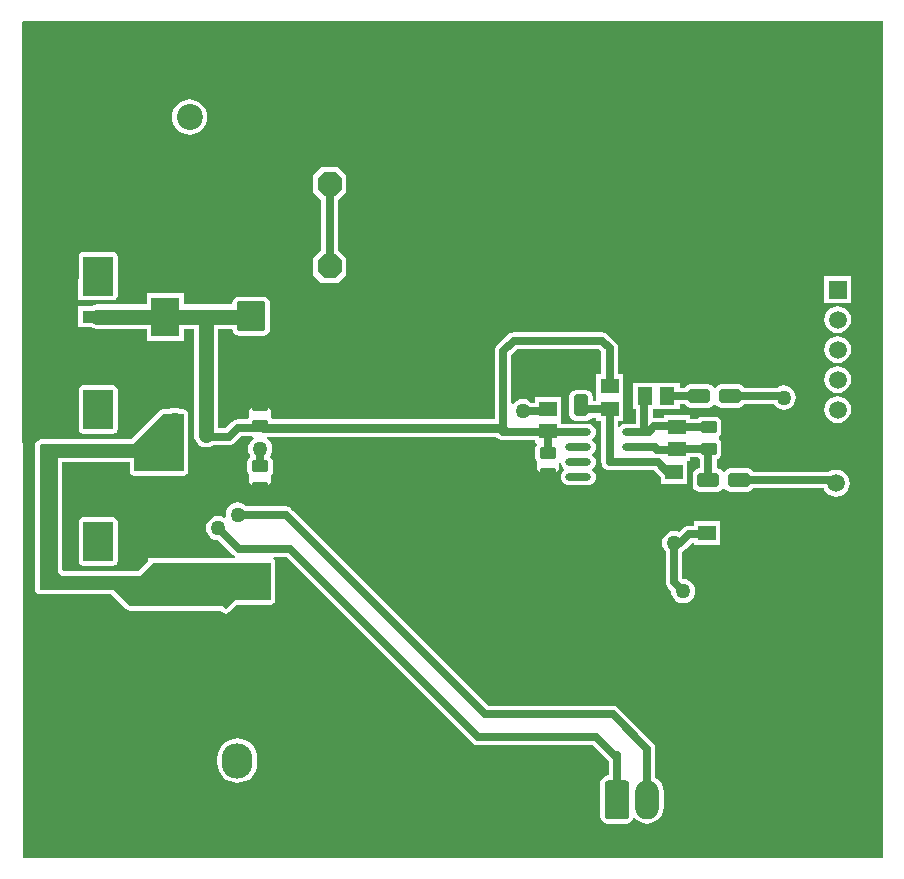
<source format=gbl>
G04 Layer_Physical_Order=2*
G04 Layer_Color=16711680*
%FSLAX25Y25*%
%MOIN*%
G70*
G01*
G75*
%ADD10R,0.05906X0.05118*%
%ADD11R,0.05118X0.05906*%
%ADD12R,0.05906X0.05906*%
G04:AMPARAMS|DCode=14|XSize=55.12mil|YSize=39.37mil|CornerRadius=4.92mil|HoleSize=0mil|Usage=FLASHONLY|Rotation=180.000|XOffset=0mil|YOffset=0mil|HoleType=Round|Shape=RoundedRectangle|*
%AMROUNDEDRECTD14*
21,1,0.05512,0.02953,0,0,180.0*
21,1,0.04528,0.03937,0,0,180.0*
1,1,0.00984,-0.02264,0.01476*
1,1,0.00984,0.02264,0.01476*
1,1,0.00984,0.02264,-0.01476*
1,1,0.00984,-0.02264,-0.01476*
%
%ADD14ROUNDEDRECTD14*%
G04:AMPARAMS|DCode=15|XSize=96.46mil|YSize=100.39mil|CornerRadius=9.65mil|HoleSize=0mil|Usage=FLASHONLY|Rotation=180.000|XOffset=0mil|YOffset=0mil|HoleType=Round|Shape=RoundedRectangle|*
%AMROUNDEDRECTD15*
21,1,0.09646,0.08110,0,0,180.0*
21,1,0.07717,0.10039,0,0,180.0*
1,1,0.01929,-0.03858,0.04055*
1,1,0.01929,0.03858,0.04055*
1,1,0.01929,0.03858,-0.04055*
1,1,0.01929,-0.03858,-0.04055*
%
%ADD15ROUNDEDRECTD15*%
%ADD16C,0.05000*%
%ADD19O,0.08661X0.02362*%
%ADD21O,0.08000X0.13000*%
G04:AMPARAMS|DCode=22|XSize=130mil|YSize=80mil|CornerRadius=10mil|HoleSize=0mil|Usage=FLASHONLY|Rotation=90.000|XOffset=0mil|YOffset=0mil|HoleType=Round|Shape=RoundedRectangle|*
%AMROUNDEDRECTD22*
21,1,0.13000,0.06000,0,0,90.0*
21,1,0.11000,0.08000,0,0,90.0*
1,1,0.02000,0.03000,0.05500*
1,1,0.02000,0.03000,-0.05500*
1,1,0.02000,-0.03000,-0.05500*
1,1,0.02000,-0.03000,0.05500*
%
%ADD22ROUNDEDRECTD22*%
%ADD24C,0.02500*%
%ADD27C,0.05000*%
%ADD32P,0.08949X8X292.5*%
%ADD33O,0.11811X0.10236*%
%ADD34O,0.10236X0.11811*%
%ADD35C,0.05906*%
%ADD36C,0.06000*%
G04:AMPARAMS|DCode=37|XSize=60mil|YSize=60mil|CornerRadius=7.5mil|HoleSize=0mil|Usage=FLASHONLY|Rotation=90.000|XOffset=0mil|YOffset=0mil|HoleType=Round|Shape=RoundedRectangle|*
%AMROUNDEDRECTD37*
21,1,0.06000,0.04500,0,0,90.0*
21,1,0.04500,0.06000,0,0,90.0*
1,1,0.01500,0.02250,0.02250*
1,1,0.01500,0.02250,-0.02250*
1,1,0.01500,-0.02250,-0.02250*
1,1,0.01500,-0.02250,0.02250*
%
%ADD37ROUNDEDRECTD37*%
%ADD38C,0.08661*%
%ADD39C,0.19685*%
%ADD40C,0.02362*%
G04:AMPARAMS|DCode=41|XSize=70.87mil|YSize=47.24mil|CornerRadius=5.91mil|HoleSize=0mil|Usage=FLASHONLY|Rotation=0.000|XOffset=0mil|YOffset=0mil|HoleType=Round|Shape=RoundedRectangle|*
%AMROUNDEDRECTD41*
21,1,0.07087,0.03543,0,0,0.0*
21,1,0.05906,0.04724,0,0,0.0*
1,1,0.01181,0.02953,-0.01772*
1,1,0.01181,-0.02953,-0.01772*
1,1,0.01181,-0.02953,0.01772*
1,1,0.01181,0.02953,0.01772*
%
%ADD41ROUNDEDRECTD41*%
G04:AMPARAMS|DCode=42|XSize=70.87mil|YSize=47.24mil|CornerRadius=5.91mil|HoleSize=0mil|Usage=FLASHONLY|Rotation=90.000|XOffset=0mil|YOffset=0mil|HoleType=Round|Shape=RoundedRectangle|*
%AMROUNDEDRECTD42*
21,1,0.07087,0.03543,0,0,90.0*
21,1,0.05906,0.04724,0,0,90.0*
1,1,0.01181,0.01772,0.02953*
1,1,0.01181,0.01772,-0.02953*
1,1,0.01181,-0.01772,-0.02953*
1,1,0.01181,-0.01772,0.02953*
%
%ADD42ROUNDEDRECTD42*%
%ADD43R,0.09449X0.03937*%
%ADD44R,0.09449X0.12992*%
%ADD45C,0.02953*%
G36*
X1507000Y885000D02*
X1220500D01*
X1219974Y1163646D01*
X1220327Y1164000D01*
X1507000D01*
Y885000D01*
D02*
G37*
%LPC*%
G36*
X1276000Y1137859D02*
X1274857Y1137746D01*
X1273758Y1137413D01*
X1272745Y1136872D01*
X1271857Y1136143D01*
X1271128Y1135255D01*
X1270587Y1134242D01*
X1270254Y1133143D01*
X1270141Y1132000D01*
X1270254Y1130857D01*
X1270587Y1129758D01*
X1271128Y1128745D01*
X1271857Y1127857D01*
X1272745Y1127129D01*
X1273758Y1126587D01*
X1274857Y1126254D01*
X1276000Y1126141D01*
X1277143Y1126254D01*
X1278242Y1126587D01*
X1279255Y1127129D01*
X1280143Y1127857D01*
X1280871Y1128745D01*
X1281413Y1129758D01*
X1281746Y1130857D01*
X1281859Y1132000D01*
X1281746Y1133143D01*
X1281413Y1134242D01*
X1280871Y1135255D01*
X1280143Y1136143D01*
X1279255Y1136872D01*
X1278242Y1137413D01*
X1277143Y1137746D01*
X1276000Y1137859D01*
D02*
G37*
G36*
X1325459Y1115413D02*
X1319825D01*
X1317008Y1112597D01*
Y1106963D01*
X1319825Y1104146D01*
X1319868D01*
Y1087854D01*
X1319825D01*
X1317008Y1085037D01*
Y1079403D01*
X1319825Y1076587D01*
X1325459D01*
X1328276Y1079403D01*
Y1085037D01*
X1325459Y1087854D01*
X1325416D01*
Y1104146D01*
X1325459D01*
X1328276Y1106963D01*
Y1112597D01*
X1325459Y1115413D01*
D02*
G37*
G36*
X1250500Y1087029D02*
X1240500D01*
X1239915Y1086913D01*
X1239419Y1086581D01*
X1239087Y1086085D01*
X1238971Y1085500D01*
Y1078024D01*
X1238858D01*
Y1071087D01*
X1239917D01*
X1240500Y1070971D01*
X1250500D01*
X1251083Y1071087D01*
X1251307D01*
Y1071235D01*
X1251581Y1071419D01*
X1251913Y1071915D01*
X1252029Y1072500D01*
Y1085500D01*
X1251913Y1086085D01*
X1251581Y1086581D01*
X1251085Y1086913D01*
X1250500Y1087029D01*
D02*
G37*
G36*
X1496453Y1078953D02*
X1487547D01*
Y1070047D01*
X1496453D01*
Y1078953D01*
D02*
G37*
G36*
X1492000Y1068991D02*
X1490838Y1068838D01*
X1489754Y1068390D01*
X1488824Y1067676D01*
X1488111Y1066746D01*
X1487662Y1065662D01*
X1487509Y1064500D01*
X1487662Y1063338D01*
X1488111Y1062254D01*
X1488824Y1061324D01*
X1489754Y1060610D01*
X1490838Y1060162D01*
X1492000Y1060009D01*
X1493162Y1060162D01*
X1494246Y1060610D01*
X1495176Y1061324D01*
X1495889Y1062254D01*
X1496338Y1063338D01*
X1496491Y1064500D01*
X1496338Y1065662D01*
X1495889Y1066746D01*
X1495176Y1067676D01*
X1494246Y1068390D01*
X1493162Y1068838D01*
X1492000Y1068991D01*
D02*
G37*
G36*
X1274142Y1073496D02*
X1261693D01*
Y1069534D01*
X1245083D01*
X1244038Y1069397D01*
X1243065Y1068994D01*
X1243032Y1068968D01*
X1238858D01*
Y1062031D01*
X1243032D01*
X1243065Y1062006D01*
X1244038Y1061603D01*
X1245083Y1061465D01*
X1261693D01*
Y1057504D01*
X1274142D01*
Y1061465D01*
X1277466D01*
Y1026000D01*
X1277603Y1024956D01*
X1278006Y1023983D01*
X1278647Y1023147D01*
X1279483Y1022506D01*
X1280456Y1022103D01*
X1281500Y1021966D01*
X1282544Y1022103D01*
X1283517Y1022506D01*
X1283804Y1022726D01*
X1289087D01*
X1289804Y1022821D01*
X1290473Y1023098D01*
X1291048Y1023539D01*
X1293235Y1025726D01*
X1296276D01*
X1296459Y1025604D01*
X1297236Y1025449D01*
X1297285D01*
X1297413Y1025154D01*
X1297424Y1024949D01*
X1296647Y1024353D01*
X1296006Y1023517D01*
X1295603Y1022544D01*
X1295465Y1021500D01*
X1295603Y1020456D01*
X1296006Y1019483D01*
X1296234Y1019185D01*
X1296153Y1018692D01*
X1295800Y1018456D01*
X1295360Y1017797D01*
X1295205Y1017020D01*
Y1014067D01*
X1295360Y1013290D01*
X1295800Y1012631D01*
X1295957Y1012526D01*
Y1010130D01*
X1296744Y1009342D01*
X1302256D01*
X1303043Y1010130D01*
Y1012526D01*
X1303200Y1012631D01*
X1303640Y1013290D01*
X1303795Y1014067D01*
Y1017020D01*
X1303640Y1017797D01*
X1303200Y1018456D01*
X1302847Y1018692D01*
X1302766Y1019185D01*
X1302994Y1019483D01*
X1303397Y1020456D01*
X1303535Y1021500D01*
X1303397Y1022544D01*
X1302994Y1023517D01*
X1302353Y1024353D01*
X1301576Y1024949D01*
X1301587Y1025154D01*
X1301715Y1025449D01*
X1301764D01*
X1302009Y1025498D01*
X1378186D01*
X1378539Y1025039D01*
X1379113Y1024598D01*
X1379782Y1024321D01*
X1380500Y1024226D01*
X1391047D01*
Y1023201D01*
X1391362D01*
X1391630Y1022701D01*
X1391360Y1022297D01*
X1391205Y1021520D01*
Y1018567D01*
X1391360Y1017790D01*
X1391800Y1017131D01*
X1391957Y1017026D01*
Y1014630D01*
X1392744Y1013842D01*
X1398256D01*
X1399043Y1014630D01*
Y1016690D01*
X1399217Y1016818D01*
X1399751Y1016590D01*
X1399790Y1016300D01*
X1400060Y1015648D01*
X1400489Y1015088D01*
X1400859Y1014804D01*
X1400893Y1014722D01*
Y1014278D01*
X1400859Y1014196D01*
X1400489Y1013912D01*
X1400060Y1013352D01*
X1399790Y1012700D01*
X1399697Y1012000D01*
X1399790Y1011300D01*
X1400060Y1010648D01*
X1400489Y1010088D01*
X1401050Y1009658D01*
X1401702Y1009388D01*
X1402402Y1009296D01*
X1408701D01*
X1409401Y1009388D01*
X1410053Y1009658D01*
X1410613Y1010088D01*
X1411043Y1010648D01*
X1411313Y1011300D01*
X1411405Y1012000D01*
X1411313Y1012700D01*
X1411043Y1013352D01*
X1410613Y1013912D01*
X1410243Y1014196D01*
X1410209Y1014278D01*
Y1014722D01*
X1410243Y1014804D01*
X1410613Y1015088D01*
X1411043Y1015648D01*
X1411313Y1016300D01*
X1411405Y1017000D01*
X1411313Y1017700D01*
X1411043Y1018352D01*
X1410613Y1018912D01*
X1410243Y1019196D01*
X1410209Y1019278D01*
Y1019722D01*
X1410243Y1019804D01*
X1410613Y1020088D01*
X1411043Y1020648D01*
X1411313Y1021300D01*
X1411405Y1022000D01*
X1411313Y1022700D01*
X1411043Y1023352D01*
X1410613Y1023912D01*
X1410243Y1024196D01*
X1410209Y1024278D01*
Y1024722D01*
X1410243Y1024804D01*
X1410613Y1025088D01*
X1411043Y1025648D01*
X1411313Y1026300D01*
X1411405Y1027000D01*
X1411313Y1027700D01*
X1411043Y1028352D01*
X1410613Y1028912D01*
X1410053Y1029342D01*
X1409401Y1029612D01*
X1408701Y1029704D01*
X1406079D01*
X1405551Y1029774D01*
X1399953D01*
Y1030681D01*
Y1038799D01*
X1391047D01*
Y1036774D01*
X1389913D01*
X1389853Y1036853D01*
X1389017Y1037494D01*
X1388044Y1037897D01*
X1387000Y1038035D01*
X1385956Y1037897D01*
X1384983Y1037494D01*
X1384147Y1036853D01*
X1383774Y1036366D01*
X1383274Y1036536D01*
Y1052851D01*
X1385149Y1054726D01*
X1412351D01*
X1413226Y1053851D01*
Y1046299D01*
X1411547D01*
Y1038181D01*
Y1037337D01*
X1410403D01*
Y1038835D01*
X1410241Y1039650D01*
X1409779Y1040342D01*
X1409087Y1040804D01*
X1408272Y1040966D01*
X1404728D01*
X1403913Y1040804D01*
X1403221Y1040342D01*
X1402759Y1039650D01*
X1402597Y1038835D01*
Y1032929D01*
X1402759Y1032113D01*
X1403221Y1031422D01*
X1403913Y1030960D01*
X1404728Y1030798D01*
X1408272D01*
X1409087Y1030960D01*
X1409779Y1031422D01*
X1410024Y1031789D01*
X1411547D01*
Y1030701D01*
X1413226D01*
Y1017000D01*
X1413321Y1016282D01*
X1413598Y1015613D01*
X1414039Y1015039D01*
X1414613Y1014598D01*
X1415282Y1014321D01*
X1416000Y1014226D01*
X1430851D01*
X1433047Y1012030D01*
Y1009681D01*
X1441953D01*
Y1017201D01*
X1442953D01*
Y1018683D01*
X1445207D01*
X1445300Y1018544D01*
X1445959Y1018104D01*
X1446108Y1018074D01*
Y1014903D01*
X1445929D01*
X1445113Y1014741D01*
X1444422Y1014279D01*
X1443960Y1013587D01*
X1443798Y1012772D01*
Y1009228D01*
X1443960Y1008413D01*
X1444422Y1007721D01*
X1445113Y1007259D01*
X1445929Y1007097D01*
X1451835D01*
X1452650Y1007259D01*
X1453342Y1007721D01*
X1453722Y1008290D01*
X1453844Y1008322D01*
X1454156D01*
X1454278Y1008290D01*
X1454658Y1007721D01*
X1455350Y1007259D01*
X1456165Y1007097D01*
X1462071D01*
X1462887Y1007259D01*
X1463578Y1007721D01*
X1463916Y1008226D01*
X1487415D01*
X1487611Y1007754D01*
X1488324Y1006824D01*
X1489254Y1006110D01*
X1490338Y1005662D01*
X1491500Y1005509D01*
X1492662Y1005662D01*
X1493746Y1006110D01*
X1494676Y1006824D01*
X1495389Y1007754D01*
X1495838Y1008838D01*
X1495991Y1010000D01*
X1495838Y1011162D01*
X1495389Y1012246D01*
X1494676Y1013176D01*
X1493746Y1013890D01*
X1492662Y1014338D01*
X1491500Y1014491D01*
X1490338Y1014338D01*
X1489254Y1013890D01*
X1489104Y1013774D01*
X1463916D01*
X1463578Y1014279D01*
X1462887Y1014741D01*
X1462071Y1014903D01*
X1456165D01*
X1455350Y1014741D01*
X1454658Y1014279D01*
X1454278Y1013710D01*
X1454156Y1013678D01*
X1453844D01*
X1453722Y1013710D01*
X1453342Y1014279D01*
X1452650Y1014741D01*
X1451835Y1014903D01*
X1451656D01*
Y1018027D01*
X1452041Y1018104D01*
X1452700Y1018544D01*
X1453140Y1019203D01*
X1453295Y1019980D01*
Y1022933D01*
X1453140Y1023710D01*
X1452700Y1024369D01*
X1452543Y1024474D01*
Y1025526D01*
X1452700Y1025631D01*
X1453140Y1026290D01*
X1453295Y1027067D01*
Y1030020D01*
X1453140Y1030797D01*
X1452700Y1031456D01*
X1452041Y1031896D01*
X1451264Y1032051D01*
X1446736D01*
X1445959Y1031896D01*
X1445300Y1031456D01*
X1445207Y1031317D01*
X1442953D01*
Y1032799D01*
X1434047D01*
Y1031711D01*
X1430937D01*
X1430713Y1031681D01*
X1430337Y1032011D01*
Y1034547D01*
X1439299D01*
Y1036226D01*
X1441084D01*
X1441422Y1035721D01*
X1442113Y1035259D01*
X1442929Y1035097D01*
X1448835D01*
X1449650Y1035259D01*
X1450342Y1035721D01*
X1450722Y1036290D01*
X1450844Y1036322D01*
X1451156D01*
X1451278Y1036290D01*
X1451658Y1035721D01*
X1452350Y1035259D01*
X1453165Y1035097D01*
X1459071D01*
X1459886Y1035259D01*
X1460578Y1035721D01*
X1460916Y1036226D01*
X1470703D01*
X1471147Y1035647D01*
X1471983Y1035006D01*
X1472956Y1034603D01*
X1474000Y1034466D01*
X1475044Y1034603D01*
X1476017Y1035006D01*
X1476853Y1035647D01*
X1477494Y1036483D01*
X1477897Y1037456D01*
X1478034Y1038500D01*
X1477897Y1039544D01*
X1477494Y1040517D01*
X1476853Y1041353D01*
X1476017Y1041994D01*
X1475044Y1042397D01*
X1474000Y1042535D01*
X1472956Y1042397D01*
X1471983Y1041994D01*
X1471696Y1041774D01*
X1460916D01*
X1460578Y1042279D01*
X1459886Y1042741D01*
X1459071Y1042903D01*
X1453165D01*
X1452350Y1042741D01*
X1451658Y1042279D01*
X1451278Y1041710D01*
X1451156Y1041678D01*
X1450844D01*
X1450722Y1041710D01*
X1450342Y1042279D01*
X1449650Y1042741D01*
X1448835Y1042903D01*
X1442929D01*
X1442113Y1042741D01*
X1441422Y1042279D01*
X1441084Y1041774D01*
X1439299D01*
Y1043453D01*
X1423701D01*
Y1034547D01*
X1424789D01*
Y1029774D01*
X1424449D01*
X1423921Y1029704D01*
X1421299D01*
X1420599Y1029612D01*
X1419947Y1029342D01*
X1419387Y1028912D01*
X1419274Y1028765D01*
X1418774Y1028934D01*
Y1030701D01*
X1420453D01*
Y1038181D01*
Y1046299D01*
X1418774D01*
Y1055000D01*
X1418679Y1055718D01*
X1418402Y1056387D01*
X1417961Y1056961D01*
X1415461Y1059461D01*
X1414887Y1059902D01*
X1414218Y1060179D01*
X1413500Y1060274D01*
X1384000D01*
X1383282Y1060179D01*
X1382613Y1059902D01*
X1382039Y1059461D01*
X1378539Y1055961D01*
X1378098Y1055387D01*
X1377821Y1054718D01*
X1377726Y1054000D01*
Y1031502D01*
X1303445D01*
X1303200Y1031869D01*
X1303043Y1031974D01*
Y1034370D01*
X1302256Y1035157D01*
X1296744D01*
X1295957Y1034370D01*
Y1031974D01*
X1295800Y1031869D01*
X1295402Y1031274D01*
X1292087D01*
X1291369Y1031179D01*
X1290700Y1030902D01*
X1290125Y1030461D01*
X1287938Y1028274D01*
X1285534D01*
Y1061465D01*
X1290143D01*
X1290320Y1060574D01*
X1290865Y1059759D01*
X1291680Y1059214D01*
X1292642Y1059023D01*
X1300358D01*
X1301320Y1059214D01*
X1302135Y1059759D01*
X1302680Y1060574D01*
X1302871Y1061535D01*
Y1069646D01*
X1302680Y1070607D01*
X1302135Y1071422D01*
X1301320Y1071967D01*
X1300358Y1072159D01*
X1292642D01*
X1291680Y1071967D01*
X1290865Y1071422D01*
X1290320Y1070607D01*
X1290129Y1069646D01*
Y1069534D01*
X1274142D01*
Y1073496D01*
D02*
G37*
G36*
X1492000Y1058991D02*
X1490838Y1058838D01*
X1489754Y1058389D01*
X1488824Y1057676D01*
X1488111Y1056746D01*
X1487662Y1055662D01*
X1487509Y1054500D01*
X1487662Y1053338D01*
X1488111Y1052254D01*
X1488824Y1051324D01*
X1489754Y1050611D01*
X1490838Y1050162D01*
X1492000Y1050009D01*
X1493162Y1050162D01*
X1494246Y1050611D01*
X1495176Y1051324D01*
X1495889Y1052254D01*
X1496338Y1053338D01*
X1496491Y1054500D01*
X1496338Y1055662D01*
X1495889Y1056746D01*
X1495176Y1057676D01*
X1494246Y1058389D01*
X1493162Y1058838D01*
X1492000Y1058991D01*
D02*
G37*
G36*
Y1048991D02*
X1490838Y1048838D01*
X1489754Y1048390D01*
X1488824Y1047676D01*
X1488111Y1046746D01*
X1487662Y1045662D01*
X1487509Y1044500D01*
X1487662Y1043338D01*
X1488111Y1042254D01*
X1488824Y1041324D01*
X1489754Y1040611D01*
X1490838Y1040162D01*
X1492000Y1040009D01*
X1493162Y1040162D01*
X1494246Y1040611D01*
X1495176Y1041324D01*
X1495889Y1042254D01*
X1496338Y1043338D01*
X1496491Y1044500D01*
X1496338Y1045662D01*
X1495889Y1046746D01*
X1495176Y1047676D01*
X1494246Y1048390D01*
X1493162Y1048838D01*
X1492000Y1048991D01*
D02*
G37*
G36*
Y1038991D02*
X1490838Y1038838D01*
X1489754Y1038389D01*
X1488824Y1037676D01*
X1488111Y1036746D01*
X1487662Y1035662D01*
X1487509Y1034500D01*
X1487662Y1033338D01*
X1488111Y1032254D01*
X1488824Y1031324D01*
X1489754Y1030610D01*
X1490838Y1030162D01*
X1492000Y1030009D01*
X1493162Y1030162D01*
X1494246Y1030610D01*
X1495176Y1031324D01*
X1495889Y1032254D01*
X1496338Y1033338D01*
X1496491Y1034500D01*
X1496338Y1035662D01*
X1495889Y1036746D01*
X1495176Y1037676D01*
X1494246Y1038389D01*
X1493162Y1038838D01*
X1492000Y1038991D01*
D02*
G37*
G36*
X1245000Y1042535D02*
X1244961Y1042529D01*
X1240500D01*
X1239915Y1042413D01*
X1239419Y1042081D01*
X1239087Y1041585D01*
X1238971Y1041000D01*
Y1028000D01*
X1239087Y1027415D01*
X1239358Y1027009D01*
Y1026587D01*
X1239917D01*
X1240500Y1026471D01*
X1250500D01*
X1251083Y1026587D01*
X1251807D01*
Y1027256D01*
X1251913Y1027415D01*
X1252029Y1028000D01*
Y1041000D01*
X1251913Y1041585D01*
X1251581Y1042081D01*
X1251085Y1042413D01*
X1250500Y1042529D01*
X1245039D01*
X1245000Y1042535D01*
D02*
G37*
G36*
X1271000Y1035034D02*
X1269956Y1034897D01*
X1269068Y1034529D01*
X1267000D01*
X1266415Y1034413D01*
X1265919Y1034081D01*
X1256367Y1024529D01*
X1226500D01*
X1225915Y1024413D01*
X1225419Y1024081D01*
X1224919Y1023581D01*
X1224587Y1023085D01*
X1224471Y1022500D01*
Y974500D01*
X1224587Y973915D01*
X1224919Y973419D01*
X1225415Y973087D01*
X1226000Y972971D01*
X1249866D01*
X1254919Y967919D01*
X1255415Y967587D01*
X1256000Y967471D01*
X1286366D01*
X1286919Y966919D01*
X1287415Y966587D01*
X1288000Y966471D01*
X1288585Y966587D01*
X1289081Y966919D01*
X1291634Y969471D01*
X1303000D01*
X1303585Y969587D01*
X1304081Y969919D01*
X1304413Y970415D01*
X1304529Y971000D01*
Y983500D01*
X1304413Y984085D01*
X1304081Y984581D01*
X1303865Y984726D01*
X1304016Y985226D01*
X1308351D01*
X1370039Y923539D01*
X1370613Y923098D01*
X1371282Y922821D01*
X1372000Y922726D01*
X1410351D01*
X1415539Y917539D01*
X1415726Y917395D01*
Y912549D01*
X1415500D01*
X1414525Y912355D01*
X1413698Y911802D01*
X1413145Y910975D01*
X1412951Y910000D01*
Y899000D01*
X1413145Y898025D01*
X1413698Y897198D01*
X1414525Y896645D01*
X1415500Y896451D01*
X1421500D01*
X1422475Y896645D01*
X1423302Y897198D01*
X1423855Y898025D01*
X1423894Y898220D01*
X1424381Y898333D01*
X1424577Y898077D01*
X1425726Y897196D01*
X1427064Y896642D01*
X1428500Y896453D01*
X1429936Y896642D01*
X1431274Y897196D01*
X1432423Y898077D01*
X1433304Y899226D01*
X1433858Y900564D01*
X1434048Y902000D01*
Y907000D01*
X1433858Y908436D01*
X1433304Y909774D01*
X1432423Y910923D01*
X1431274Y911804D01*
Y921500D01*
X1431179Y922218D01*
X1430902Y922887D01*
X1430461Y923461D01*
X1418961Y934961D01*
X1418387Y935402D01*
X1417718Y935679D01*
X1417000Y935774D01*
X1375649D01*
X1309961Y1001461D01*
X1309387Y1001902D01*
X1308718Y1002179D01*
X1308000Y1002274D01*
X1294913D01*
X1294853Y1002353D01*
X1294017Y1002994D01*
X1293044Y1003397D01*
X1292000Y1003535D01*
X1290956Y1003397D01*
X1289983Y1002994D01*
X1289147Y1002353D01*
X1288506Y1001517D01*
X1288103Y1000544D01*
X1287965Y999500D01*
X1288071Y998699D01*
X1287602Y998429D01*
X1287517Y998494D01*
X1286544Y998897D01*
X1285500Y999035D01*
X1284456Y998897D01*
X1283483Y998494D01*
X1282647Y997853D01*
X1282006Y997017D01*
X1281603Y996044D01*
X1281466Y995000D01*
X1281603Y993956D01*
X1282006Y992983D01*
X1282647Y992147D01*
X1283483Y991506D01*
X1284456Y991103D01*
X1285500Y990965D01*
X1285599Y990979D01*
X1290539Y986039D01*
X1291113Y985598D01*
X1291278Y985529D01*
X1291179Y985029D01*
X1264000D01*
X1263832Y984996D01*
X1262193D01*
Y983856D01*
X1258867Y980529D01*
X1234134D01*
X1233529Y981133D01*
Y1016971D01*
X1255971D01*
Y1014000D01*
X1256087Y1013415D01*
X1256419Y1012919D01*
X1256915Y1012587D01*
X1257500Y1012471D01*
X1274000D01*
X1274585Y1012587D01*
X1275081Y1012919D01*
X1275413Y1013415D01*
X1275529Y1014000D01*
Y1033000D01*
X1275413Y1033585D01*
X1275081Y1034081D01*
X1274585Y1034413D01*
X1274000Y1034529D01*
X1272932D01*
X1272044Y1034897D01*
X1271000Y1035034D01*
D02*
G37*
G36*
X1452953Y997319D02*
X1444047D01*
Y995837D01*
X1442563D01*
X1441845Y995742D01*
X1441176Y995465D01*
X1440602Y995024D01*
X1439202Y993625D01*
X1438544Y993897D01*
X1437500Y994034D01*
X1436456Y993897D01*
X1435483Y993494D01*
X1434647Y992853D01*
X1434006Y992017D01*
X1433603Y991044D01*
X1433465Y990000D01*
X1433603Y988956D01*
X1434006Y987983D01*
X1434647Y987147D01*
X1434726Y987086D01*
Y977000D01*
X1434821Y976282D01*
X1435098Y975613D01*
X1435539Y975039D01*
X1436479Y974099D01*
X1436465Y974000D01*
X1436603Y972956D01*
X1437006Y971983D01*
X1437647Y971147D01*
X1438483Y970506D01*
X1439456Y970103D01*
X1440500Y969965D01*
X1441544Y970103D01*
X1442517Y970506D01*
X1443353Y971147D01*
X1443994Y971983D01*
X1444397Y972956D01*
X1444534Y974000D01*
X1444397Y975044D01*
X1443994Y976017D01*
X1443353Y976853D01*
X1442517Y977494D01*
X1441544Y977897D01*
X1440500Y978034D01*
X1440274Y978481D01*
Y987086D01*
X1440353Y987147D01*
X1440611Y987484D01*
X1440887Y987598D01*
X1441461Y988039D01*
X1443547Y990125D01*
X1444047Y989917D01*
Y989201D01*
X1452953D01*
Y997319D01*
D02*
G37*
G36*
X1250500Y998529D02*
X1240500D01*
X1239915Y998413D01*
X1239419Y998081D01*
X1239087Y997585D01*
X1238971Y997000D01*
Y984000D01*
X1239087Y983415D01*
X1239358Y983009D01*
Y982587D01*
X1239917D01*
X1240500Y982471D01*
X1250500D01*
X1251083Y982587D01*
X1251807D01*
Y983256D01*
X1251913Y983415D01*
X1252029Y984000D01*
Y997000D01*
X1251913Y997585D01*
X1251581Y998081D01*
X1251085Y998413D01*
X1250500Y998529D01*
D02*
G37*
G36*
X1291937Y924938D02*
X1290640Y924810D01*
X1289392Y924431D01*
X1288242Y923817D01*
X1287235Y922990D01*
X1286408Y921982D01*
X1285793Y920832D01*
X1285415Y919585D01*
X1285287Y918287D01*
Y916713D01*
X1285415Y915415D01*
X1285793Y914168D01*
X1286408Y913018D01*
X1287235Y912010D01*
X1288242Y911183D01*
X1289392Y910569D01*
X1290640Y910190D01*
X1291937Y910063D01*
X1293234Y910190D01*
X1294482Y910569D01*
X1295632Y911183D01*
X1296639Y912010D01*
X1297466Y913018D01*
X1298081Y914168D01*
X1298459Y915415D01*
X1298587Y916713D01*
Y918287D01*
X1298459Y919585D01*
X1298081Y920832D01*
X1297466Y921982D01*
X1296639Y922990D01*
X1295632Y923817D01*
X1294482Y924431D01*
X1293234Y924810D01*
X1291937Y924938D01*
D02*
G37*
%LPD*%
G36*
X1250500Y1072500D02*
X1240500D01*
Y1085500D01*
X1250500D01*
Y1072500D01*
D02*
G37*
G36*
Y1028000D02*
X1240500D01*
Y1041000D01*
X1250500D01*
Y1028000D01*
D02*
G37*
G36*
X1274000Y1014000D02*
X1257500D01*
Y1018500D01*
X1232000D01*
Y980500D01*
X1232500Y980000D01*
X1233500Y979000D01*
X1259500D01*
X1264000Y983500D01*
X1303000D01*
Y971000D01*
X1291000D01*
X1288000Y968000D01*
X1287000Y969000D01*
X1256000D01*
X1250500Y974500D01*
X1226000D01*
Y1022500D01*
X1226500Y1023000D01*
X1257000D01*
X1267000Y1033000D01*
X1274000D01*
Y1014000D01*
D02*
G37*
G36*
X1250500Y984000D02*
X1240500D01*
Y997000D01*
X1250500D01*
Y984000D01*
D02*
G37*
D10*
X1437500Y1006260D02*
D03*
Y1013740D02*
D03*
X1416000Y1034760D02*
D03*
Y1042240D02*
D03*
X1438500Y1028740D02*
D03*
Y1021260D02*
D03*
X1395500Y1034740D02*
D03*
Y1027260D02*
D03*
X1448500Y1000740D02*
D03*
Y993260D02*
D03*
D11*
X1435240Y1039000D02*
D03*
X1427760D02*
D03*
D12*
X1491500Y1000000D02*
D03*
X1492000Y1074500D02*
D03*
D14*
X1299500Y1008457D02*
D03*
Y1015543D02*
D03*
X1395500Y1012957D02*
D03*
Y1020043D02*
D03*
X1449000Y1028543D02*
D03*
Y1021457D02*
D03*
X1299500Y1028957D02*
D03*
Y1036043D02*
D03*
D15*
X1297500Y952591D02*
D03*
Y976409D02*
D03*
X1296500Y1089409D02*
D03*
Y1065591D02*
D03*
D16*
X1446500Y1118000D02*
D03*
X1416500Y1121000D02*
D03*
X1385500D02*
D03*
X1355000Y1118000D02*
D03*
X1292000Y999500D02*
D03*
X1285500Y995000D02*
D03*
X1440500Y974000D02*
D03*
X1437500Y990000D02*
D03*
X1474000Y1038500D02*
D03*
X1387000Y1034000D02*
D03*
X1299500Y1021500D02*
D03*
X1271000Y1031000D02*
D03*
X1281500Y1026000D02*
D03*
X1245000Y1038500D02*
D03*
Y1080500D02*
D03*
X1245500Y993000D02*
D03*
X1281500Y972000D02*
D03*
D19*
X1405551Y1012000D02*
D03*
Y1017000D02*
D03*
Y1022000D02*
D03*
Y1027000D02*
D03*
X1424449Y1012000D02*
D03*
Y1017000D02*
D03*
Y1022000D02*
D03*
Y1027000D02*
D03*
D21*
X1428500Y904500D02*
D03*
D22*
X1418500D02*
D03*
D24*
X1435500Y1013500D02*
X1435563D01*
X1432000Y1017000D02*
X1435500Y1013500D01*
X1289087Y1025500D02*
X1292087Y1028500D01*
X1380500D02*
Y1054000D01*
X1322642Y1082220D02*
Y1109779D01*
X1372000Y925500D02*
X1411500D01*
X1309500Y988000D02*
X1372000Y925500D01*
X1292500Y988000D02*
X1309500D01*
X1285500Y995000D02*
X1292500Y988000D01*
X1374500Y933000D02*
X1417000D01*
X1308000Y999500D02*
X1374500Y933000D01*
X1292000Y999500D02*
X1308000D01*
X1411500Y925500D02*
X1417500Y919500D01*
X1418500D01*
Y907000D02*
Y919500D01*
X1428500Y907000D02*
Y921500D01*
X1417000Y933000D02*
X1428500Y921500D01*
X1437500Y977000D02*
X1440500Y974000D01*
X1437500Y977000D02*
Y990000D01*
X1439500D02*
X1442563Y993063D01*
X1437500Y990000D02*
X1439500D01*
X1473500Y1039000D02*
X1474000Y1038500D01*
X1456118Y1039000D02*
X1473500D01*
X1456118D02*
X1456618Y1038500D01*
X1459118Y1011000D02*
X1490500D01*
X1416000Y1017000D02*
Y1034563D01*
Y1017000D02*
X1424449D01*
X1380500Y1054000D02*
X1384000Y1057500D01*
X1413500D01*
X1416000Y1055000D01*
Y1042437D02*
Y1055000D01*
X1387000Y1034000D02*
X1394563D01*
X1490500Y1011000D02*
X1491500Y1010000D01*
X1448882Y1021339D02*
X1449000Y1021457D01*
X1448882Y1011000D02*
Y1021339D01*
X1435437Y1039000D02*
X1445882D01*
X1299500Y1015543D02*
Y1021500D01*
X1424449Y1017000D02*
X1432000D01*
X1424449Y1022000D02*
X1431000D01*
X1431937Y1021063D01*
X1438894Y1021457D02*
X1449000D01*
X1438894Y1028543D02*
X1449000D01*
X1429000Y1027000D02*
X1430937Y1028937D01*
X1406500Y1035882D02*
X1407819Y1034563D01*
X1395500Y1027000D02*
Y1027063D01*
Y1020043D02*
Y1027000D01*
X1281500Y1025500D02*
Y1026000D01*
X1424449Y1027000D02*
X1427563D01*
X1429000D01*
X1281500Y1025500D02*
X1289087D01*
X1292087Y1028500D02*
X1300543D01*
X1380500Y1027000D02*
X1395500D01*
X1405551D01*
X1442563Y993063D02*
X1448500D01*
X1431937Y1021063D02*
X1438500D01*
X1438894Y1021457D01*
X1427563Y1027000D02*
Y1039000D01*
X1430937Y1028937D02*
X1438500D01*
X1438894Y1028543D01*
X1394563Y1034000D02*
X1395500Y1034937D01*
X1407819Y1034563D02*
X1416000D01*
D27*
X1281500Y1026000D02*
Y1065500D01*
X1296409D01*
X1267917D02*
X1281500D01*
X1296409D02*
X1296500Y1065591D01*
X1245083Y1065500D02*
X1267917D01*
D32*
X1322642Y1109779D02*
D03*
X1340358D02*
D03*
X1322642Y1082220D02*
D03*
X1340358D02*
D03*
D33*
X1280126Y898996D02*
D03*
D34*
X1268315Y917500D02*
D03*
X1291937D02*
D03*
D35*
X1491500Y1010000D02*
D03*
X1492000Y1034500D02*
D03*
Y1044500D02*
D03*
Y1054500D02*
D03*
Y1064500D02*
D03*
D36*
X1428500Y907000D02*
D03*
D37*
X1418500D02*
D03*
D38*
X1276000Y1132000D02*
D03*
X1286000Y1142000D02*
D03*
X1266000D02*
D03*
X1286000Y1122000D02*
D03*
X1266000D02*
D03*
D39*
X1237500Y1131500D02*
D03*
X1344000Y907500D02*
D03*
X1485000D02*
D03*
D40*
X1420419Y1136711D02*
D03*
X1416089D02*
D03*
X1411758D02*
D03*
X1401500Y1124000D02*
D03*
X1390500Y1125500D02*
D03*
X1391436Y1136892D02*
D03*
X1387106D02*
D03*
X1382775D02*
D03*
X1381000Y1125500D02*
D03*
X1462145Y1140462D02*
D03*
X1457814D02*
D03*
X1453483D02*
D03*
X1449153D02*
D03*
X1444823Y1140396D02*
D03*
X1440740Y1138952D02*
D03*
X1441735Y1124454D02*
D03*
X1450299Y1123538D02*
D03*
X1454629D02*
D03*
X1458960D02*
D03*
X1463291D02*
D03*
X1466038Y1120190D02*
D03*
Y1115859D02*
D03*
Y1111529D02*
D03*
Y1107198D02*
D03*
Y1102867D02*
D03*
Y1098537D02*
D03*
Y1094206D02*
D03*
Y1089875D02*
D03*
X1466285Y1085552D02*
D03*
X1471646Y1075528D02*
D03*
X1474731Y1078568D02*
D03*
X1478741Y1080204D02*
D03*
X1481801Y1083268D02*
D03*
X1482955Y1087442D02*
D03*
X1482962Y1091773D02*
D03*
Y1096103D02*
D03*
Y1100434D02*
D03*
Y1104765D02*
D03*
Y1109096D02*
D03*
Y1113426D02*
D03*
Y1117757D02*
D03*
Y1122088D02*
D03*
X1482724Y1126412D02*
D03*
X1480696Y1130238D02*
D03*
X1477650Y1133317D02*
D03*
X1474588Y1136379D02*
D03*
X1471337Y1139240D02*
D03*
X1467176Y1140439D02*
D03*
X1348697Y1140962D02*
D03*
X1344366D02*
D03*
X1340036D02*
D03*
X1335705D02*
D03*
X1331374D02*
D03*
X1327044D02*
D03*
X1322713D02*
D03*
X1318382D02*
D03*
X1314052D02*
D03*
X1309721D02*
D03*
X1305390D02*
D03*
X1301059D02*
D03*
X1296729D02*
D03*
X1294434Y1124038D02*
D03*
X1298765D02*
D03*
X1303095D02*
D03*
X1307426D02*
D03*
X1311757D02*
D03*
X1316087D02*
D03*
X1320418D02*
D03*
X1324749D02*
D03*
X1329080D02*
D03*
X1333410D02*
D03*
X1337741D02*
D03*
X1342072D02*
D03*
X1346402D02*
D03*
X1350733D02*
D03*
X1359237Y1125202D02*
D03*
X1359337Y1139740D02*
D03*
X1355176Y1140939D02*
D03*
X1224410Y1157481D02*
D03*
X1228347D02*
D03*
X1232284D02*
D03*
X1236221D02*
D03*
X1240158D02*
D03*
X1244095D02*
D03*
X1248032D02*
D03*
X1251969D02*
D03*
X1255906D02*
D03*
X1259843D02*
D03*
X1263780D02*
D03*
X1267717D02*
D03*
X1271654D02*
D03*
X1275591D02*
D03*
X1279528D02*
D03*
X1283465D02*
D03*
X1287402D02*
D03*
X1291339D02*
D03*
X1295276D02*
D03*
X1299213D02*
D03*
X1303150D02*
D03*
X1307087D02*
D03*
X1311024D02*
D03*
X1314961D02*
D03*
X1318898D02*
D03*
X1322835D02*
D03*
X1326772D02*
D03*
X1330709D02*
D03*
X1334646D02*
D03*
X1338583D02*
D03*
X1342520D02*
D03*
X1346457D02*
D03*
X1350394D02*
D03*
X1354331D02*
D03*
X1358268D02*
D03*
X1362206D02*
D03*
X1366142D02*
D03*
X1370080D02*
D03*
X1374016D02*
D03*
X1377954D02*
D03*
X1381890D02*
D03*
X1385828D02*
D03*
X1389764D02*
D03*
X1393701D02*
D03*
X1397639D02*
D03*
X1401576D02*
D03*
X1405513D02*
D03*
X1409450D02*
D03*
X1413387D02*
D03*
X1417324D02*
D03*
X1421261D02*
D03*
X1425198D02*
D03*
X1429135D02*
D03*
X1433072D02*
D03*
X1437009D02*
D03*
X1440946D02*
D03*
X1444883D02*
D03*
X1448820D02*
D03*
X1452757D02*
D03*
X1456694D02*
D03*
X1460631D02*
D03*
X1464568D02*
D03*
X1468505D02*
D03*
X1472442D02*
D03*
X1476379D02*
D03*
X1480316D02*
D03*
X1484253D02*
D03*
X1488190D02*
D03*
X1492127D02*
D03*
X1496064D02*
D03*
X1500001D02*
D03*
X1503938D02*
D03*
D41*
X1445882Y1039000D02*
D03*
X1456118D02*
D03*
X1459118Y1011000D02*
D03*
X1448882D02*
D03*
D42*
X1406500Y1035882D02*
D03*
Y1046118D02*
D03*
D43*
X1245583Y967945D02*
D03*
Y977000D02*
D03*
Y986055D02*
D03*
Y1011945D02*
D03*
Y1021000D02*
D03*
Y1030055D02*
D03*
X1245083Y1056445D02*
D03*
Y1065500D02*
D03*
Y1074555D02*
D03*
D44*
X1268417Y977000D02*
D03*
Y1021000D02*
D03*
X1267917Y1065500D02*
D03*
D45*
X1300543Y1028500D02*
X1380500D01*
M02*

</source>
